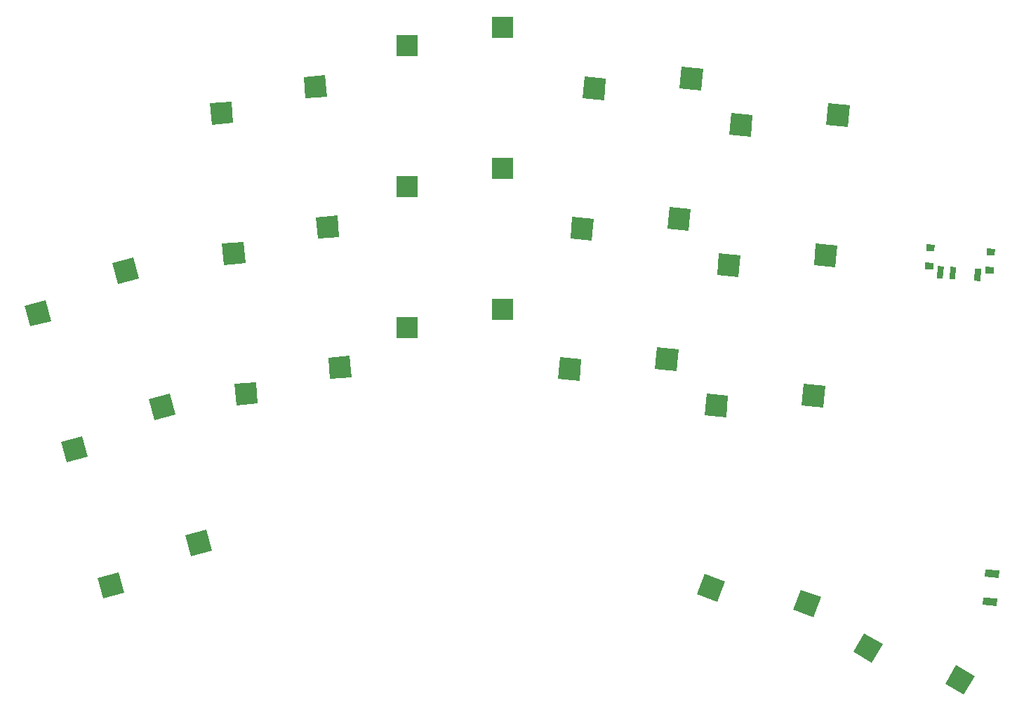
<source format=gbr>
%TF.GenerationSoftware,KiCad,Pcbnew,(5.1.10-1-10_14)*%
%TF.CreationDate,2021-10-09T23:48:43+01:00*%
%TF.ProjectId,architeuthis_dux,61726368-6974-4657-9574-6869735f6475,VERSION_HERE*%
%TF.SameCoordinates,Original*%
%TF.FileFunction,Paste,Top*%
%TF.FilePolarity,Positive*%
%FSLAX46Y46*%
G04 Gerber Fmt 4.6, Leading zero omitted, Abs format (unit mm)*
G04 Created by KiCad (PCBNEW (5.1.10-1-10_14)) date 2021-10-09 23:48:43*
%MOMM*%
%LPD*%
G01*
G04 APERTURE LIST*
%ADD10C,0.100000*%
%ADD11R,2.600000X2.600000*%
G04 APERTURE END LIST*
D10*
%TO.C, *%
G36*
X111355710Y1321161D02*
G01*
X109662179Y1469326D01*
X109740620Y2365901D01*
X111434151Y2217736D01*
X111355710Y1321161D01*
G37*
G36*
X111059380Y-2065901D02*
G01*
X109365849Y-1917736D01*
X109444290Y-1021161D01*
X111137821Y-1169326D01*
X111059380Y-2065901D01*
G37*
%TD*%
%TO.C,REF\u002A\u002A*%
G36*
X110763384Y38831436D02*
G01*
X110707578Y38033385D01*
X109710014Y38103142D01*
X109765820Y38901193D01*
X110763384Y38831436D01*
G37*
G36*
X103481166Y39340658D02*
G01*
X103425360Y38542607D01*
X102427796Y38612364D01*
X102483602Y39410415D01*
X103481166Y39340658D01*
G37*
G36*
X103635328Y41545275D02*
G01*
X103579522Y40747224D01*
X102581958Y40816981D01*
X102637764Y41615032D01*
X103635328Y41545275D01*
G37*
G36*
X110917546Y41036052D02*
G01*
X110861740Y40238001D01*
X109864176Y40307758D01*
X109919982Y41105809D01*
X110917546Y41036052D01*
G37*
G36*
X104707194Y38954193D02*
G01*
X104602559Y37457847D01*
X103904264Y37506677D01*
X104008899Y39003023D01*
X104707194Y38954193D01*
G37*
G36*
X106203540Y38849559D02*
G01*
X106098905Y37353213D01*
X105400610Y37402043D01*
X105505245Y38898389D01*
X106203540Y38849559D01*
G37*
G36*
X109196232Y38640289D02*
G01*
X109091597Y37143943D01*
X108393302Y37192773D01*
X108497937Y38689119D01*
X109196232Y38640289D01*
G37*
%TD*%
%TO.C,S1*%
G36*
X13906831Y3949274D02*
G01*
X13233902Y6460681D01*
X15745309Y7133610D01*
X16418238Y4622203D01*
X13906831Y3949274D01*
G37*
G36*
X3319789Y-1165123D02*
G01*
X2646860Y1346284D01*
X5158267Y2019213D01*
X5831196Y-492194D01*
X3319789Y-1165123D01*
G37*
%TD*%
%TO.C,S3*%
G36*
X9506930Y20370074D02*
G01*
X8834001Y22881481D01*
X11345408Y23554410D01*
X12018337Y21043003D01*
X9506930Y20370074D01*
G37*
G36*
X-1080112Y15255677D02*
G01*
X-1753041Y17767084D01*
X758366Y18440013D01*
X1431295Y15928606D01*
X-1080112Y15255677D01*
G37*
%TD*%
%TO.C,S5*%
G36*
X5106930Y36790774D02*
G01*
X4434001Y39302181D01*
X6945408Y39975110D01*
X7618337Y37463703D01*
X5106930Y36790774D01*
G37*
G36*
X-5480112Y31676377D02*
G01*
X-6153041Y34187784D01*
X-3641634Y34860713D01*
X-2968705Y32349306D01*
X-5480112Y31676377D01*
G37*
%TD*%
%TO.C,S7*%
G36*
X30669846Y25345090D02*
G01*
X30443241Y27935197D01*
X33033348Y28161802D01*
X33259953Y25571695D01*
X30669846Y25345090D01*
G37*
G36*
X19355540Y22146812D02*
G01*
X19128935Y24736919D01*
X21719042Y24963524D01*
X21945647Y22373417D01*
X19355540Y22146812D01*
G37*
%TD*%
%TO.C,S9*%
G36*
X29188145Y42280389D02*
G01*
X28961540Y44870496D01*
X31551647Y45097101D01*
X31778252Y42506994D01*
X29188145Y42280389D01*
G37*
G36*
X17873839Y39082111D02*
G01*
X17647234Y41672218D01*
X20237341Y41898823D01*
X20463946Y39308716D01*
X17873839Y39082111D01*
G37*
%TD*%
%TO.C,S11*%
G36*
X27706545Y59215691D02*
G01*
X27479940Y61805798D01*
X30070047Y62032403D01*
X30296652Y59442296D01*
X27706545Y59215691D01*
G37*
G36*
X16392239Y56017413D02*
G01*
X16165634Y58607520D01*
X18755741Y58834125D01*
X18982346Y56244018D01*
X16392239Y56017413D01*
G37*
%TD*%
D11*
%TO.C,S13*%
X51501936Y33769253D03*
X39951936Y31569253D03*
%TD*%
%TO.C,S15*%
X51501935Y50769253D03*
X39951935Y48569253D03*
%TD*%
%TO.C,S17*%
X51501936Y67769251D03*
X39951936Y65569251D03*
%TD*%
D10*
%TO.C,S19*%
G36*
X69881292Y26548024D02*
G01*
X70107897Y29138131D01*
X72698004Y28911526D01*
X72471399Y26321419D01*
X69881292Y26548024D01*
G37*
G36*
X58183501Y25363045D02*
G01*
X58410106Y27953152D01*
X61000213Y27726547D01*
X60773608Y25136440D01*
X58183501Y25363045D01*
G37*
%TD*%
%TO.C,S21*%
G36*
X71362993Y43483324D02*
G01*
X71589598Y46073431D01*
X74179705Y45846826D01*
X73953100Y43256719D01*
X71362993Y43483324D01*
G37*
G36*
X59665202Y42298345D02*
G01*
X59891807Y44888452D01*
X62481914Y44661847D01*
X62255309Y42071740D01*
X59665202Y42298345D01*
G37*
%TD*%
%TO.C,S23*%
G36*
X72844594Y60418724D02*
G01*
X73071199Y63008831D01*
X75661306Y62782226D01*
X75434701Y60192119D01*
X72844594Y60418724D01*
G37*
G36*
X61146803Y59233745D02*
G01*
X61373408Y61823852D01*
X63963515Y61597247D01*
X63736910Y59007140D01*
X61146803Y59233745D01*
G37*
%TD*%
%TO.C,S25*%
G36*
X87565893Y22156724D02*
G01*
X87792498Y24746831D01*
X90382605Y24520226D01*
X90156000Y21930119D01*
X87565893Y22156724D01*
G37*
G36*
X75868102Y20971745D02*
G01*
X76094707Y23561852D01*
X78684814Y23335247D01*
X78458209Y20745140D01*
X75868102Y20971745D01*
G37*
%TD*%
%TO.C,S27*%
G36*
X89047493Y39092024D02*
G01*
X89274098Y41682131D01*
X91864205Y41455526D01*
X91637600Y38865419D01*
X89047493Y39092024D01*
G37*
G36*
X77349702Y37907045D02*
G01*
X77576307Y40497152D01*
X80166414Y40270547D01*
X79939809Y37680440D01*
X77349702Y37907045D01*
G37*
%TD*%
%TO.C,S29*%
G36*
X90529194Y56027324D02*
G01*
X90755799Y58617431D01*
X93345906Y58390826D01*
X93119301Y55800719D01*
X90529194Y56027324D01*
G37*
G36*
X78831403Y54842345D02*
G01*
X79058008Y57432452D01*
X81648115Y57205847D01*
X81421510Y54615740D01*
X78831403Y54842345D01*
G37*
%TD*%
%TO.C,S31*%
G36*
X86547621Y-2518068D02*
G01*
X87436874Y-74867D01*
X89880075Y-964120D01*
X88990822Y-3407321D01*
X86547621Y-2518068D01*
G37*
G36*
X74941727Y-635059D02*
G01*
X75830980Y1808142D01*
X78274181Y918889D01*
X77384928Y-1524312D01*
X74941727Y-635059D01*
G37*
%TD*%
%TO.C,S33*%
G36*
X104888935Y-11450629D02*
G01*
X106188935Y-9198963D01*
X108440601Y-10498963D01*
X107140601Y-12750629D01*
X104888935Y-11450629D01*
G37*
G36*
X93786342Y-7580885D02*
G01*
X95086342Y-5329219D01*
X97338008Y-6629219D01*
X96038008Y-8880885D01*
X93786342Y-7580885D01*
G37*
%TD*%
M02*

</source>
